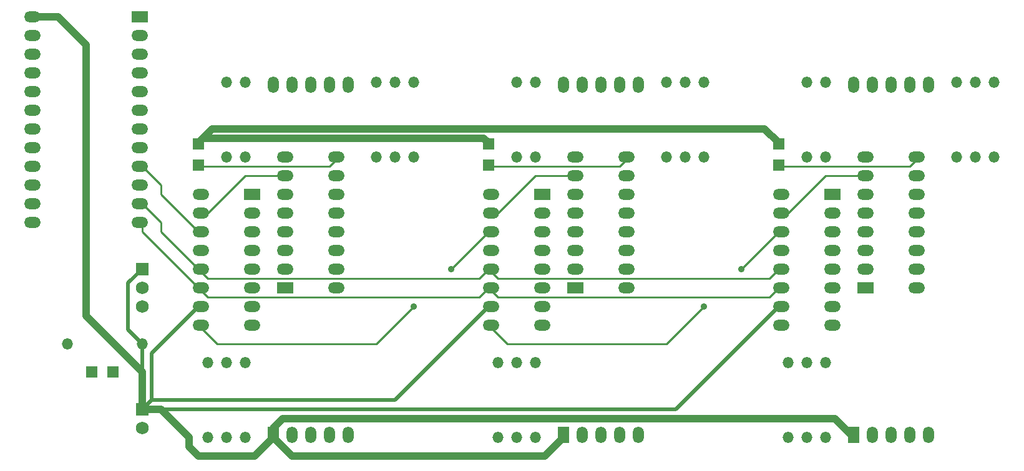
<source format=gtl>
G04 (created by PCBNEW (2013-07-07 BZR 4022)-stable) date Fri 01 Jul 2022 09:03:58 PM CDT*
%MOIN*%
G04 Gerber Fmt 3.4, Leading zero omitted, Abs format*
%FSLAX34Y34*%
G01*
G70*
G90*
G04 APERTURE LIST*
%ADD10C,0.00590551*%
%ADD11R,0.059X0.0885*%
%ADD12O,0.059X0.0885*%
%ADD13R,0.069X0.069*%
%ADD14C,0.069*%
%ADD15O,0.059X0.059*%
%ADD16R,0.0885X0.059*%
%ADD17O,0.0885X0.059*%
%ADD18R,0.064X0.059*%
%ADD19R,0.059X0.064*%
%ADD20C,0.035*%
%ADD21C,0.02*%
%ADD22C,0.04*%
%ADD23C,0.01*%
G04 APERTURE END LIST*
G54D10*
G54D11*
X72000Y-42352D03*
G54D12*
X73000Y-42352D03*
X74000Y-42352D03*
X75000Y-42352D03*
X76000Y-42352D03*
X76000Y-23647D03*
X75000Y-23647D03*
X74000Y-23647D03*
X73000Y-23647D03*
X72000Y-23647D03*
G54D13*
X34000Y-33500D03*
G54D14*
X34000Y-34500D03*
X34000Y-35500D03*
G54D13*
X34000Y-41000D03*
G54D14*
X34000Y-42000D03*
G54D15*
X55000Y-27500D03*
X55000Y-23500D03*
X69500Y-38500D03*
X69500Y-42500D03*
X70500Y-27500D03*
X70500Y-23500D03*
X78500Y-27500D03*
X78500Y-23500D03*
X68500Y-38500D03*
X68500Y-42500D03*
X70500Y-38500D03*
X70500Y-42500D03*
X69500Y-27500D03*
X69500Y-23500D03*
X77500Y-27500D03*
X77500Y-23500D03*
X79500Y-27500D03*
X79500Y-23500D03*
X54000Y-27500D03*
X54000Y-23500D03*
X54000Y-38500D03*
X54000Y-42500D03*
X62000Y-27500D03*
X62000Y-23500D03*
X53000Y-38500D03*
X53000Y-42500D03*
X55000Y-38500D03*
X55000Y-42500D03*
X48500Y-27500D03*
X48500Y-23500D03*
X47500Y-27500D03*
X47500Y-23500D03*
X39500Y-38500D03*
X39500Y-42500D03*
X37500Y-38500D03*
X37500Y-42500D03*
X39500Y-27500D03*
X39500Y-23500D03*
X46500Y-27500D03*
X46500Y-23500D03*
X38500Y-38500D03*
X38500Y-42500D03*
X38500Y-27500D03*
X38500Y-23500D03*
X64000Y-27500D03*
X64000Y-23500D03*
X63000Y-27500D03*
X63000Y-23500D03*
G54D16*
X70852Y-29500D03*
G54D17*
X70852Y-30500D03*
X70852Y-31500D03*
X70852Y-32500D03*
X68147Y-34500D03*
X68147Y-33500D03*
X68147Y-32500D03*
X68147Y-31500D03*
X70852Y-33500D03*
X70852Y-34500D03*
X70852Y-35500D03*
X68147Y-35500D03*
X68147Y-36500D03*
X68147Y-30500D03*
X70852Y-36500D03*
X68147Y-29500D03*
G54D16*
X72647Y-34500D03*
G54D17*
X72647Y-33500D03*
X72647Y-32500D03*
X72647Y-31500D03*
X75352Y-29500D03*
X75352Y-30500D03*
X75352Y-31500D03*
X75352Y-32500D03*
X72647Y-30500D03*
X72647Y-29500D03*
X72647Y-28500D03*
X75352Y-28500D03*
X75352Y-27500D03*
X75352Y-33500D03*
X72647Y-27500D03*
X75352Y-34500D03*
G54D16*
X57147Y-34500D03*
G54D17*
X57147Y-33500D03*
X57147Y-32500D03*
X57147Y-31500D03*
X59852Y-29500D03*
X59852Y-30500D03*
X59852Y-31500D03*
X59852Y-32500D03*
X57147Y-30500D03*
X57147Y-29500D03*
X57147Y-28500D03*
X59852Y-28500D03*
X59852Y-27500D03*
X59852Y-33500D03*
X57147Y-27500D03*
X59852Y-34500D03*
G54D16*
X55352Y-29500D03*
G54D17*
X55352Y-30500D03*
X55352Y-31500D03*
X55352Y-32500D03*
X52647Y-34500D03*
X52647Y-33500D03*
X52647Y-32500D03*
X52647Y-31500D03*
X55352Y-33500D03*
X55352Y-34500D03*
X55352Y-35500D03*
X52647Y-35500D03*
X52647Y-36500D03*
X52647Y-30500D03*
X55352Y-36500D03*
X52647Y-29500D03*
G54D16*
X39852Y-29500D03*
G54D17*
X39852Y-30500D03*
X39852Y-31500D03*
X39852Y-32500D03*
X37147Y-34500D03*
X37147Y-33500D03*
X37147Y-32500D03*
X37147Y-31500D03*
X39852Y-33500D03*
X39852Y-34500D03*
X39852Y-35500D03*
X37147Y-35500D03*
X37147Y-36500D03*
X37147Y-30500D03*
X39852Y-36500D03*
X37147Y-29500D03*
G54D16*
X41647Y-34500D03*
G54D17*
X41647Y-33500D03*
X41647Y-32500D03*
X41647Y-31500D03*
X44352Y-29500D03*
X44352Y-30500D03*
X44352Y-31500D03*
X44352Y-32500D03*
X41647Y-30500D03*
X41647Y-29500D03*
X41647Y-28500D03*
X44352Y-28500D03*
X44352Y-27500D03*
X44352Y-33500D03*
X41647Y-27500D03*
X44352Y-34500D03*
G54D16*
X33852Y-20000D03*
G54D17*
X33852Y-21000D03*
X33852Y-22000D03*
X33852Y-23000D03*
X33852Y-24000D03*
X33852Y-25000D03*
X33852Y-26000D03*
X28147Y-20000D03*
X28147Y-21000D03*
X28147Y-22000D03*
X33852Y-27000D03*
X33852Y-28000D03*
X33852Y-29000D03*
X33852Y-30000D03*
X33852Y-31000D03*
X28147Y-23000D03*
X28147Y-24000D03*
X28147Y-25000D03*
X28147Y-26000D03*
X28147Y-27000D03*
X28147Y-28000D03*
X28147Y-29000D03*
X28147Y-30000D03*
X28147Y-31000D03*
G54D11*
X41000Y-42352D03*
G54D12*
X42000Y-42352D03*
X43000Y-42352D03*
X44000Y-42352D03*
X45000Y-42352D03*
X45000Y-23647D03*
X44000Y-23647D03*
X43000Y-23647D03*
X42000Y-23647D03*
X41000Y-23647D03*
G54D11*
X56500Y-42352D03*
G54D12*
X57500Y-42352D03*
X58500Y-42352D03*
X59500Y-42352D03*
X60500Y-42352D03*
X60500Y-23647D03*
X59500Y-23647D03*
X58500Y-23647D03*
X57500Y-23647D03*
X56500Y-23647D03*
G54D15*
X30000Y-37500D03*
X34000Y-37500D03*
G54D18*
X31300Y-39000D03*
X32450Y-39000D03*
G54D19*
X52500Y-27950D03*
X52500Y-26800D03*
X68000Y-27950D03*
X68000Y-26800D03*
X37000Y-27950D03*
X37000Y-26800D03*
G54D20*
X66000Y-33500D03*
X64000Y-35500D03*
X50500Y-33500D03*
X48500Y-35500D03*
G54D21*
X52500Y-35500D02*
X47500Y-40500D01*
X47500Y-40500D02*
X34500Y-40500D01*
X34500Y-40500D02*
X34000Y-41000D01*
X37000Y-35500D02*
X34500Y-38000D01*
X34500Y-38000D02*
X34500Y-40500D01*
X34500Y-40500D02*
X34000Y-41000D01*
X68000Y-35500D02*
X62500Y-41000D01*
X62500Y-41000D02*
X34000Y-41000D01*
G54D22*
X34000Y-41000D02*
X35000Y-41000D01*
X35000Y-41000D02*
X36500Y-42500D01*
X36500Y-42500D02*
X36500Y-43000D01*
X36500Y-43000D02*
X37000Y-43500D01*
X37000Y-43500D02*
X40000Y-43500D01*
X40000Y-43500D02*
X41000Y-42500D01*
G54D21*
X34000Y-37500D02*
X33250Y-36750D01*
X33250Y-34250D02*
X34000Y-33500D01*
X33250Y-36750D02*
X33250Y-34250D01*
X34000Y-41000D02*
X34000Y-37500D01*
G54D23*
X75500Y-27500D02*
X75000Y-28000D01*
X75000Y-28000D02*
X68000Y-28000D01*
X44500Y-27500D02*
X44000Y-28000D01*
X44000Y-28000D02*
X37000Y-28000D01*
X60000Y-27500D02*
X59500Y-28000D01*
X59500Y-28000D02*
X52500Y-28000D01*
G54D22*
X28000Y-20000D02*
X29500Y-20000D01*
X29500Y-20000D02*
X31000Y-21500D01*
X31000Y-21500D02*
X31000Y-36000D01*
X31000Y-36000D02*
X34000Y-39000D01*
X34000Y-39000D02*
X34000Y-41000D01*
X72000Y-42500D02*
X71000Y-41500D01*
X71000Y-41500D02*
X42000Y-41500D01*
X42000Y-41500D02*
X41500Y-41500D01*
X41500Y-41500D02*
X41000Y-42000D01*
X41000Y-42000D02*
X41000Y-42500D01*
X56500Y-42500D02*
X55500Y-43500D01*
X42000Y-43500D02*
X41000Y-42500D01*
X55500Y-43500D02*
X42000Y-43500D01*
G54D23*
X37000Y-34500D02*
X34000Y-31500D01*
X34000Y-31500D02*
X34000Y-31000D01*
X52500Y-34500D02*
X52000Y-35000D01*
X37500Y-35000D02*
X37000Y-34500D01*
X52000Y-35000D02*
X37500Y-35000D01*
X52500Y-34500D02*
X53000Y-35000D01*
X67500Y-35000D02*
X68000Y-34500D01*
X53000Y-35000D02*
X67500Y-35000D01*
X37000Y-31500D02*
X35000Y-29500D01*
X35000Y-29000D02*
X34000Y-28000D01*
X35000Y-29500D02*
X35000Y-29000D01*
G54D22*
X68000Y-26750D02*
X67250Y-26000D01*
X67250Y-26000D02*
X40000Y-26000D01*
X40000Y-26000D02*
X37750Y-26000D01*
X37750Y-26000D02*
X37000Y-26750D01*
X52500Y-26750D02*
X52250Y-26500D01*
X37250Y-26500D02*
X37000Y-26750D01*
X52250Y-26500D02*
X37250Y-26500D01*
G54D23*
X37000Y-33500D02*
X35000Y-31500D01*
X35000Y-31000D02*
X34000Y-30000D01*
X35000Y-31500D02*
X35000Y-31000D01*
X52500Y-33500D02*
X52000Y-34000D01*
X37500Y-34000D02*
X37000Y-33500D01*
X52000Y-34000D02*
X37500Y-34000D01*
X52500Y-33500D02*
X53000Y-34000D01*
X67500Y-34000D02*
X68000Y-33500D01*
X53000Y-34000D02*
X67500Y-34000D01*
X52500Y-36500D02*
X53500Y-37500D01*
X66000Y-33500D02*
X68000Y-31500D01*
X62000Y-37500D02*
X64000Y-35500D01*
X53500Y-37500D02*
X62000Y-37500D01*
X37000Y-36500D02*
X38000Y-37500D01*
X50500Y-33500D02*
X52500Y-31500D01*
X46500Y-37500D02*
X48500Y-35500D01*
X38000Y-37500D02*
X46500Y-37500D01*
X72500Y-28500D02*
X70500Y-28500D01*
X68500Y-30500D02*
X68000Y-30500D01*
X70500Y-28500D02*
X68500Y-30500D01*
X41500Y-28500D02*
X39500Y-28500D01*
X37500Y-30500D02*
X37000Y-30500D01*
X39500Y-28500D02*
X37500Y-30500D01*
X57000Y-28500D02*
X55000Y-28500D01*
X53000Y-30500D02*
X52500Y-30500D01*
X55000Y-28500D02*
X53000Y-30500D01*
M02*

</source>
